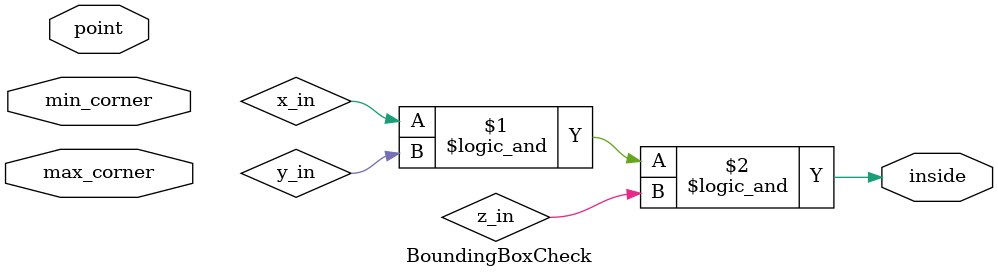
<source format=sv>

module BoundingBoxCheck (
    input [95:0] point,
    input [95:0] min_corner,
    input [95:0] max_corner,
    output inside
);

    wire x_in;
    wire y_in;
    wire z_in;

    assign inside = ((x_in && y_in) && z_in);

endmodule

</source>
